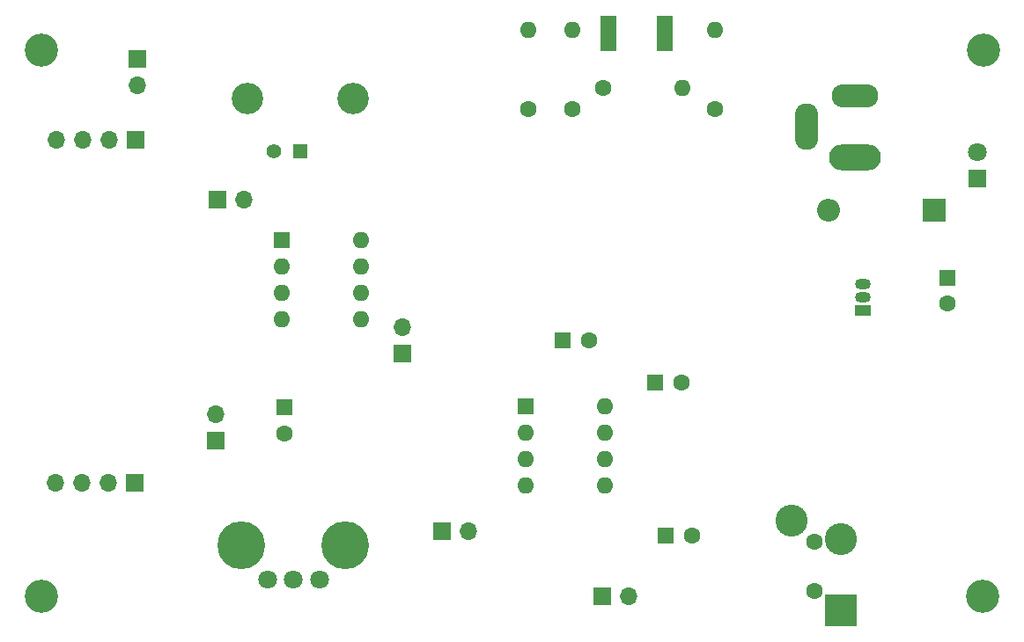
<source format=gbr>
%TF.GenerationSoftware,KiCad,Pcbnew,(6.0.7)*%
%TF.CreationDate,2024-07-22T14:21:26-04:00*%
%TF.ProjectId,DCR v2,44435220-7632-42e6-9b69-6361645f7063,rev?*%
%TF.SameCoordinates,Original*%
%TF.FileFunction,Soldermask,Bot*%
%TF.FilePolarity,Negative*%
%FSLAX46Y46*%
G04 Gerber Fmt 4.6, Leading zero omitted, Abs format (unit mm)*
G04 Created by KiCad (PCBNEW (6.0.7)) date 2024-07-22 14:21:26*
%MOMM*%
%LPD*%
G01*
G04 APERTURE LIST*
%ADD10R,1.500000X1.050000*%
%ADD11O,1.500000X1.050000*%
%ADD12R,1.700000X1.700000*%
%ADD13O,1.700000X1.700000*%
%ADD14R,1.600000X1.600000*%
%ADD15C,1.600000*%
%ADD16O,5.000000X2.500000*%
%ADD17O,4.500000X2.250000*%
%ADD18O,2.250000X4.500000*%
%ADD19O,1.600000X1.600000*%
%ADD20C,3.200000*%
%ADD21C,4.600000*%
%ADD22C,1.800000*%
%ADD23R,1.398000X1.398000*%
%ADD24C,1.398000*%
%ADD25C,3.015000*%
%ADD26R,3.092000X3.092000*%
%ADD27C,3.092000*%
%ADD28R,1.500000X3.500000*%
%ADD29R,1.800000X1.800000*%
%ADD30R,2.200000X2.200000*%
%ADD31O,2.200000X2.200000*%
G04 APERTURE END LIST*
D10*
%TO.C,U3*%
X181229000Y-80391000D03*
D11*
X181229000Y-79121000D03*
X181229000Y-77851000D03*
%TD*%
D12*
%TO.C,J10*%
X140716000Y-101600000D03*
D13*
X143256000Y-101600000D03*
%TD*%
D14*
%TO.C,C7*%
X189333500Y-77240349D03*
D15*
X189333500Y-79740349D03*
%TD*%
D14*
%TO.C,C11*%
X161216500Y-87302500D03*
D15*
X163716500Y-87302500D03*
%TD*%
D16*
%TO.C,J4*%
X180443500Y-65693000D03*
D17*
X180443500Y-59693000D03*
D18*
X175743500Y-62693000D03*
%TD*%
D15*
%TO.C,R4*%
X156210000Y-58928000D03*
D19*
X163830000Y-58928000D03*
%TD*%
D15*
%TO.C,R9*%
X149034500Y-60960000D03*
D19*
X149034500Y-53340000D03*
%TD*%
D20*
%TO.C,H4*%
X192786000Y-55308500D03*
%TD*%
%TO.C,H3*%
X192722500Y-107886500D03*
%TD*%
D14*
%TO.C,U4*%
X148780500Y-89598500D03*
D19*
X148780500Y-92138500D03*
X148780500Y-94678500D03*
X148780500Y-97218500D03*
X156400500Y-97218500D03*
X156400500Y-94678500D03*
X156400500Y-92138500D03*
X156400500Y-89598500D03*
%TD*%
D20*
%TO.C,H2*%
X102171500Y-107886500D03*
%TD*%
D12*
%TO.C,J6*%
X136906000Y-84518500D03*
D13*
X136906000Y-81978500D03*
%TD*%
D14*
%TO.C,C15*%
X162232500Y-102034500D03*
D15*
X164732500Y-102034500D03*
%TD*%
D12*
%TO.C,J7*%
X118999000Y-92905500D03*
D13*
X118999000Y-90365500D03*
%TD*%
D20*
%TO.C,H1*%
X102171500Y-55308500D03*
%TD*%
D21*
%TO.C,RV1*%
X121453500Y-102986000D03*
X131453500Y-102986000D03*
D22*
X123953500Y-106286000D03*
X126453500Y-106286000D03*
X128953500Y-106286000D03*
%TD*%
D23*
%TO.C,J1*%
X127114300Y-65089000D03*
D24*
X124574300Y-65089000D03*
D25*
X122034300Y-60009000D03*
X132194300Y-60009000D03*
%TD*%
D15*
%TO.C,J5*%
X176570500Y-102685500D03*
X176570500Y-107385500D03*
D26*
X179070500Y-109285500D03*
D27*
X179070500Y-102385500D03*
X174370500Y-100585500D03*
%TD*%
D15*
%TO.C,R3*%
X153225500Y-60960000D03*
D19*
X153225500Y-53340000D03*
%TD*%
D14*
%TO.C,C3*%
X125564900Y-89715849D03*
D15*
X125564900Y-92215849D03*
%TD*%
D14*
%TO.C,U2*%
X125320900Y-73606500D03*
D19*
X125320900Y-76146500D03*
X125320900Y-78686500D03*
X125320900Y-81226500D03*
X132940900Y-81226500D03*
X132940900Y-78686500D03*
X132940900Y-76146500D03*
X132940900Y-73606500D03*
%TD*%
D28*
%TO.C,J3*%
X162148500Y-53685000D03*
X156748500Y-53685000D03*
%TD*%
D29*
%TO.C,D1*%
X192163700Y-67703700D03*
D22*
X192163700Y-65163700D03*
%TD*%
D30*
%TO.C,D2*%
X188063500Y-70773000D03*
D31*
X177903500Y-70773000D03*
%TD*%
D12*
%TO.C,J9*%
X156141500Y-107886500D03*
D13*
X158681500Y-107886500D03*
%TD*%
D14*
%TO.C,C12*%
X152326500Y-83238500D03*
D15*
X154826500Y-83238500D03*
%TD*%
%TO.C,R5*%
X167005000Y-60960000D03*
D19*
X167005000Y-53340000D03*
%TD*%
D12*
%TO.C,U1*%
X111259900Y-63944500D03*
D13*
X108719900Y-63944500D03*
X106179900Y-63944500D03*
X103639900Y-63944500D03*
X103593900Y-96964500D03*
X106133900Y-96964500D03*
X108673900Y-96964500D03*
D12*
X111213900Y-96964500D03*
%TD*%
%TO.C,J8*%
X111442500Y-56129000D03*
D13*
X111442500Y-58669000D03*
%TD*%
D12*
%TO.C,J2*%
X119121000Y-69723000D03*
D13*
X121661000Y-69723000D03*
%TD*%
M02*

</source>
